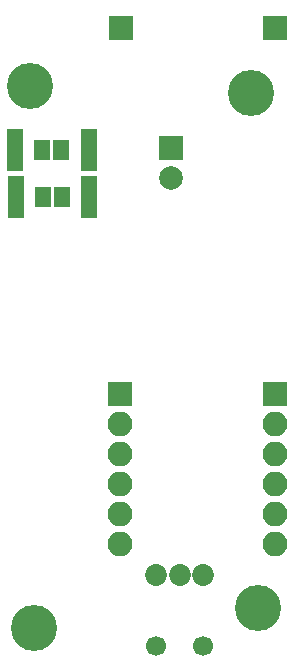
<source format=gbs>
%TF.GenerationSoftware,KiCad,Pcbnew,4.0.7*%
%TF.CreationDate,2017-11-22T17:49:31+08:00*%
%TF.ProjectId,nixie_tube,6E697869655F747562652E6B69636164,rev?*%
%TF.FileFunction,Soldermask,Bot*%
%FSLAX46Y46*%
G04 Gerber Fmt 4.6, Leading zero omitted, Abs format (unit mm)*
G04 Created by KiCad (PCBNEW 4.0.7) date 11/22/17 17:49:31*
%MOMM*%
%LPD*%
G01*
G04 APERTURE LIST*
%ADD10C,0.100000*%
%ADD11C,1.853000*%
%ADD12C,1.700000*%
%ADD13R,2.000000X2.000000*%
%ADD14C,2.000000*%
%ADD15R,1.400000X3.600000*%
%ADD16R,1.400000X1.700000*%
%ADD17C,3.900000*%
%ADD18R,2.100000X2.100000*%
%ADD19O,2.100000X2.100000*%
G04 APERTURE END LIST*
D10*
D11*
X16130000Y-48310000D03*
X18130000Y-48310000D03*
X14130000Y-48310000D03*
D12*
X14130000Y-54310000D03*
X18130000Y-54310000D03*
D13*
X15400000Y-12175000D03*
D14*
X15400000Y-14675000D03*
D15*
X2220000Y-12300000D03*
X8420000Y-12300000D03*
D16*
X4520000Y-12300000D03*
X6120000Y-12300000D03*
D15*
X2270000Y-16320000D03*
X8470000Y-16320000D03*
D16*
X4570000Y-16320000D03*
X6170000Y-16320000D03*
D17*
X22780000Y-51120000D03*
X3800000Y-52800000D03*
X22200000Y-7500000D03*
X3500000Y-6900000D03*
D18*
X11200000Y-2000000D03*
X24250000Y-33000000D03*
D19*
X24250000Y-35540000D03*
X24250000Y-38080000D03*
X24250000Y-40620000D03*
X24250000Y-43160000D03*
X24250000Y-45700000D03*
D18*
X11100000Y-33000000D03*
D19*
X11100000Y-35540000D03*
X11100000Y-38080000D03*
X11100000Y-40620000D03*
X11100000Y-43160000D03*
X11100000Y-45700000D03*
D18*
X24250000Y-2000000D03*
M02*

</source>
